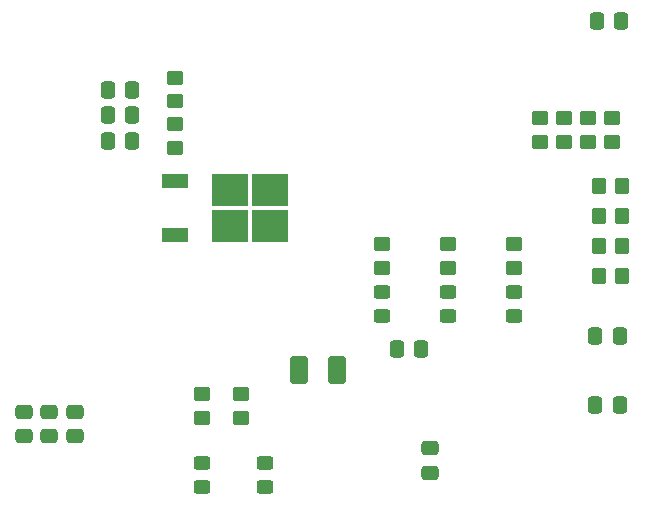
<source format=gtp>
%TF.GenerationSoftware,KiCad,Pcbnew,(6.0.9-0)*%
%TF.CreationDate,2023-01-06T11:38:34+01:00*%
%TF.ProjectId,HumidityLoggerBreakout,48756d69-6469-4747-994c-6f6767657242,rev?*%
%TF.SameCoordinates,Original*%
%TF.FileFunction,Paste,Top*%
%TF.FilePolarity,Positive*%
%FSLAX46Y46*%
G04 Gerber Fmt 4.6, Leading zero omitted, Abs format (unit mm)*
G04 Created by KiCad (PCBNEW (6.0.9-0)) date 2023-01-06 11:38:34*
%MOMM*%
%LPD*%
G01*
G04 APERTURE LIST*
G04 Aperture macros list*
%AMRoundRect*
0 Rectangle with rounded corners*
0 $1 Rounding radius*
0 $2 $3 $4 $5 $6 $7 $8 $9 X,Y pos of 4 corners*
0 Add a 4 corners polygon primitive as box body*
4,1,4,$2,$3,$4,$5,$6,$7,$8,$9,$2,$3,0*
0 Add four circle primitives for the rounded corners*
1,1,$1+$1,$2,$3*
1,1,$1+$1,$4,$5*
1,1,$1+$1,$6,$7*
1,1,$1+$1,$8,$9*
0 Add four rect primitives between the rounded corners*
20,1,$1+$1,$2,$3,$4,$5,0*
20,1,$1+$1,$4,$5,$6,$7,0*
20,1,$1+$1,$6,$7,$8,$9,0*
20,1,$1+$1,$8,$9,$2,$3,0*%
G04 Aperture macros list end*
%ADD10RoundRect,0.250000X0.450000X-0.350000X0.450000X0.350000X-0.450000X0.350000X-0.450000X-0.350000X0*%
%ADD11RoundRect,0.250000X0.337500X0.475000X-0.337500X0.475000X-0.337500X-0.475000X0.337500X-0.475000X0*%
%ADD12RoundRect,0.250000X0.450000X-0.325000X0.450000X0.325000X-0.450000X0.325000X-0.450000X-0.325000X0*%
%ADD13R,3.050000X2.750000*%
%ADD14R,2.200000X1.200000*%
%ADD15RoundRect,0.250000X-0.350000X-0.450000X0.350000X-0.450000X0.350000X0.450000X-0.350000X0.450000X0*%
%ADD16RoundRect,0.250001X0.499999X0.924999X-0.499999X0.924999X-0.499999X-0.924999X0.499999X-0.924999X0*%
%ADD17RoundRect,0.250000X-0.337500X-0.475000X0.337500X-0.475000X0.337500X0.475000X-0.337500X0.475000X0*%
%ADD18RoundRect,0.250000X-0.450000X0.350000X-0.450000X-0.350000X0.450000X-0.350000X0.450000X0.350000X0*%
%ADD19RoundRect,0.250000X-0.475000X0.337500X-0.475000X-0.337500X0.475000X-0.337500X0.475000X0.337500X0*%
%ADD20RoundRect,0.250000X-0.450000X0.325000X-0.450000X-0.325000X0.450000X-0.325000X0.450000X0.325000X0*%
G04 APERTURE END LIST*
D10*
%TO.C,R12*%
X135890000Y-74660000D03*
X135890000Y-72660000D03*
%TD*%
%TO.C,R10*%
X141478000Y-74660000D03*
X141478000Y-72660000D03*
%TD*%
D11*
%TO.C,C7*%
X150516500Y-53721000D03*
X148441500Y-53721000D03*
%TD*%
D12*
%TO.C,D3*%
X115062000Y-93227000D03*
X115062000Y-91177000D03*
%TD*%
D13*
%TO.C,U1*%
X117392000Y-71121000D03*
X117392000Y-68071000D03*
X120742000Y-68071000D03*
X120742000Y-71121000D03*
D14*
X112767000Y-67316000D03*
X112767000Y-71876000D03*
%TD*%
D15*
%TO.C,R8*%
X148622000Y-75311000D03*
X150622000Y-75311000D03*
%TD*%
D16*
%TO.C,C5*%
X126492000Y-83312000D03*
X123242000Y-83312000D03*
%TD*%
D17*
%TO.C,C3*%
X107039500Y-63881000D03*
X109114500Y-63881000D03*
%TD*%
D18*
%TO.C,R4*%
X143637000Y-61992000D03*
X143637000Y-63992000D03*
%TD*%
D19*
%TO.C,C10*%
X104267000Y-86846500D03*
X104267000Y-88921500D03*
%TD*%
%TO.C,C12*%
X99949000Y-86846500D03*
X99949000Y-88921500D03*
%TD*%
D18*
%TO.C,R14*%
X118364000Y-85360000D03*
X118364000Y-87360000D03*
%TD*%
%TO.C,R13*%
X115062000Y-85376000D03*
X115062000Y-87376000D03*
%TD*%
%TO.C,R1*%
X149733000Y-61976000D03*
X149733000Y-63976000D03*
%TD*%
D10*
%TO.C,R11*%
X112776000Y-64500000D03*
X112776000Y-62500000D03*
%TD*%
D17*
%TO.C,C2*%
X107039500Y-59563000D03*
X109114500Y-59563000D03*
%TD*%
D20*
%TO.C,D1*%
X141478000Y-76699000D03*
X141478000Y-78749000D03*
%TD*%
D15*
%TO.C,R6*%
X148622000Y-70231000D03*
X150622000Y-70231000D03*
%TD*%
%TO.C,R5*%
X148606000Y-67691000D03*
X150606000Y-67691000D03*
%TD*%
D10*
%TO.C,R15*%
X130302000Y-74660000D03*
X130302000Y-72660000D03*
%TD*%
D11*
%TO.C,C9*%
X150389500Y-86233000D03*
X148314500Y-86233000D03*
%TD*%
D18*
%TO.C,R3*%
X145669000Y-61992000D03*
X145669000Y-63992000D03*
%TD*%
D20*
%TO.C,D2*%
X135890000Y-76699000D03*
X135890000Y-78749000D03*
%TD*%
D17*
%TO.C,C4*%
X131529000Y-81534000D03*
X133604000Y-81534000D03*
%TD*%
%TO.C,C1*%
X107039500Y-61722000D03*
X109114500Y-61722000D03*
%TD*%
D11*
%TO.C,C6*%
X150389500Y-80391000D03*
X148314500Y-80391000D03*
%TD*%
D15*
%TO.C,R7*%
X148606000Y-72771000D03*
X150606000Y-72771000D03*
%TD*%
D20*
%TO.C,D5*%
X130302000Y-76699000D03*
X130302000Y-78749000D03*
%TD*%
D12*
%TO.C,D4*%
X120396000Y-93227000D03*
X120396000Y-91177000D03*
%TD*%
D18*
%TO.C,R9*%
X112776000Y-58563000D03*
X112776000Y-60563000D03*
%TD*%
%TO.C,R2*%
X147701000Y-61992000D03*
X147701000Y-63992000D03*
%TD*%
D19*
%TO.C,C11*%
X102108000Y-86846500D03*
X102108000Y-88921500D03*
%TD*%
%TO.C,C8*%
X134366000Y-89916000D03*
X134366000Y-91991000D03*
%TD*%
M02*

</source>
